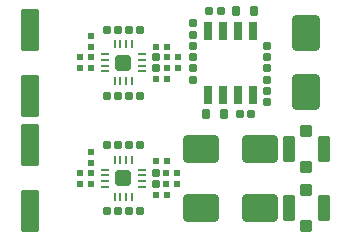
<source format=gtp>
G04*
G04 #@! TF.GenerationSoftware,Altium Limited,Altium Designer,22.4.2 (48)*
G04*
G04 Layer_Color=8421504*
%FSLAX44Y44*%
%MOMM*%
G71*
G04*
G04 #@! TF.SameCoordinates,1FDE6782-7AC4-437E-A2E8-A07863582D05*
G04*
G04*
G04 #@! TF.FilePolarity,Positive*
G04*
G01*
G75*
G04:AMPARAMS|DCode=14|XSize=1.05mm|YSize=2.2mm|CornerRadius=0.1313mm|HoleSize=0mm|Usage=FLASHONLY|Rotation=180.000|XOffset=0mm|YOffset=0mm|HoleType=Round|Shape=RoundedRectangle|*
%AMROUNDEDRECTD14*
21,1,1.0500,1.9375,0,0,180.0*
21,1,0.7875,2.2000,0,0,180.0*
1,1,0.2625,-0.3938,0.9688*
1,1,0.2625,0.3938,0.9688*
1,1,0.2625,0.3938,-0.9688*
1,1,0.2625,-0.3938,-0.9688*
%
%ADD14ROUNDEDRECTD14*%
G04:AMPARAMS|DCode=15|XSize=1mm|YSize=1mm|CornerRadius=0.125mm|HoleSize=0mm|Usage=FLASHONLY|Rotation=180.000|XOffset=0mm|YOffset=0mm|HoleType=Round|Shape=RoundedRectangle|*
%AMROUNDEDRECTD15*
21,1,1.0000,0.7500,0,0,180.0*
21,1,0.7500,1.0000,0,0,180.0*
1,1,0.2500,-0.3750,0.3750*
1,1,0.2500,0.3750,0.3750*
1,1,0.2500,0.3750,-0.3750*
1,1,0.2500,-0.3750,-0.3750*
%
%ADD15ROUNDEDRECTD15*%
G04:AMPARAMS|DCode=16|XSize=3.5mm|YSize=1.6mm|CornerRadius=0.2mm|HoleSize=0mm|Usage=FLASHONLY|Rotation=270.000|XOffset=0mm|YOffset=0mm|HoleType=Round|Shape=RoundedRectangle|*
%AMROUNDEDRECTD16*
21,1,3.5000,1.2000,0,0,270.0*
21,1,3.1000,1.6000,0,0,270.0*
1,1,0.4000,-0.6000,-1.5500*
1,1,0.4000,-0.6000,1.5500*
1,1,0.4000,0.6000,1.5500*
1,1,0.4000,0.6000,-1.5500*
%
%ADD16ROUNDEDRECTD16*%
G04:AMPARAMS|DCode=17|XSize=1.3mm|YSize=1.3mm|CornerRadius=0.1625mm|HoleSize=0mm|Usage=FLASHONLY|Rotation=180.000|XOffset=0mm|YOffset=0mm|HoleType=Round|Shape=RoundedRectangle|*
%AMROUNDEDRECTD17*
21,1,1.3000,0.9750,0,0,180.0*
21,1,0.9750,1.3000,0,0,180.0*
1,1,0.3250,-0.4875,0.4875*
1,1,0.3250,0.4875,0.4875*
1,1,0.3250,0.4875,-0.4875*
1,1,0.3250,-0.4875,-0.4875*
%
%ADD17ROUNDEDRECTD17*%
%ADD18O,0.2000X0.8000*%
%ADD19O,0.8000X0.2000*%
G04:AMPARAMS|DCode=20|XSize=1.55mm|YSize=0.6mm|CornerRadius=0.051mm|HoleSize=0mm|Usage=FLASHONLY|Rotation=90.000|XOffset=0mm|YOffset=0mm|HoleType=Round|Shape=RoundedRectangle|*
%AMROUNDEDRECTD20*
21,1,1.5500,0.4980,0,0,90.0*
21,1,1.4480,0.6000,0,0,90.0*
1,1,0.1020,0.2490,0.7240*
1,1,0.1020,0.2490,-0.7240*
1,1,0.1020,-0.2490,-0.7240*
1,1,0.1020,-0.2490,0.7240*
%
%ADD20ROUNDEDRECTD20*%
G04:AMPARAMS|DCode=21|XSize=3mm|YSize=2.33mm|CornerRadius=0.2913mm|HoleSize=0mm|Usage=FLASHONLY|Rotation=270.000|XOffset=0mm|YOffset=0mm|HoleType=Round|Shape=RoundedRectangle|*
%AMROUNDEDRECTD21*
21,1,3.0000,1.7475,0,0,270.0*
21,1,2.4175,2.3300,0,0,270.0*
1,1,0.5825,-0.8738,-1.2088*
1,1,0.5825,-0.8738,1.2088*
1,1,0.5825,0.8738,1.2088*
1,1,0.5825,0.8738,-1.2088*
%
%ADD21ROUNDEDRECTD21*%
G04:AMPARAMS|DCode=22|XSize=3mm|YSize=2.33mm|CornerRadius=0.2913mm|HoleSize=0mm|Usage=FLASHONLY|Rotation=0.000|XOffset=0mm|YOffset=0mm|HoleType=Round|Shape=RoundedRectangle|*
%AMROUNDEDRECTD22*
21,1,3.0000,1.7475,0,0,0.0*
21,1,2.4175,2.3300,0,0,0.0*
1,1,0.5825,1.2088,-0.8738*
1,1,0.5825,-1.2088,-0.8738*
1,1,0.5825,-1.2088,0.8738*
1,1,0.5825,1.2088,0.8738*
%
%ADD22ROUNDEDRECTD22*%
G04:AMPARAMS|DCode=23|XSize=0.55mm|YSize=0.5mm|CornerRadius=0.0625mm|HoleSize=0mm|Usage=FLASHONLY|Rotation=90.000|XOffset=0mm|YOffset=0mm|HoleType=Round|Shape=RoundedRectangle|*
%AMROUNDEDRECTD23*
21,1,0.5500,0.3750,0,0,90.0*
21,1,0.4250,0.5000,0,0,90.0*
1,1,0.1250,0.1875,0.2125*
1,1,0.1250,0.1875,-0.2125*
1,1,0.1250,-0.1875,-0.2125*
1,1,0.1250,-0.1875,0.2125*
%
%ADD23ROUNDEDRECTD23*%
G04:AMPARAMS|DCode=24|XSize=0.64mm|YSize=0.6mm|CornerRadius=0.075mm|HoleSize=0mm|Usage=FLASHONLY|Rotation=0.000|XOffset=0mm|YOffset=0mm|HoleType=Round|Shape=RoundedRectangle|*
%AMROUNDEDRECTD24*
21,1,0.6400,0.4500,0,0,0.0*
21,1,0.4900,0.6000,0,0,0.0*
1,1,0.1500,0.2450,-0.2250*
1,1,0.1500,-0.2450,-0.2250*
1,1,0.1500,-0.2450,0.2250*
1,1,0.1500,0.2450,0.2250*
%
%ADD24ROUNDEDRECTD24*%
G04:AMPARAMS|DCode=25|XSize=0.64mm|YSize=0.6mm|CornerRadius=0.075mm|HoleSize=0mm|Usage=FLASHONLY|Rotation=90.000|XOffset=0mm|YOffset=0mm|HoleType=Round|Shape=RoundedRectangle|*
%AMROUNDEDRECTD25*
21,1,0.6400,0.4500,0,0,90.0*
21,1,0.4900,0.6000,0,0,90.0*
1,1,0.1500,0.2250,0.2450*
1,1,0.1500,0.2250,-0.2450*
1,1,0.1500,-0.2250,-0.2450*
1,1,0.1500,-0.2250,0.2450*
%
%ADD25ROUNDEDRECTD25*%
G04:AMPARAMS|DCode=26|XSize=0.55mm|YSize=0.5mm|CornerRadius=0.0625mm|HoleSize=0mm|Usage=FLASHONLY|Rotation=180.000|XOffset=0mm|YOffset=0mm|HoleType=Round|Shape=RoundedRectangle|*
%AMROUNDEDRECTD26*
21,1,0.5500,0.3750,0,0,180.0*
21,1,0.4250,0.5000,0,0,180.0*
1,1,0.1250,-0.2125,0.1875*
1,1,0.1250,0.2125,0.1875*
1,1,0.1250,0.2125,-0.1875*
1,1,0.1250,-0.2125,-0.1875*
%
%ADD26ROUNDEDRECTD26*%
G04:AMPARAMS|DCode=27|XSize=0.85mm|YSize=0.6mm|CornerRadius=0.075mm|HoleSize=0mm|Usage=FLASHONLY|Rotation=270.000|XOffset=0mm|YOffset=0mm|HoleType=Round|Shape=RoundedRectangle|*
%AMROUNDEDRECTD27*
21,1,0.8500,0.4500,0,0,270.0*
21,1,0.7000,0.6000,0,0,270.0*
1,1,0.1500,-0.2250,-0.3500*
1,1,0.1500,-0.2250,0.3500*
1,1,0.1500,0.2250,0.3500*
1,1,0.1500,0.2250,-0.3500*
%
%ADD27ROUNDEDRECTD27*%
D14*
X-15250Y-24000D02*
D03*
X-44750D02*
D03*
X-15250Y-74000D02*
D03*
X-44750D02*
D03*
D15*
X-30000Y-39000D02*
D03*
Y-9000D02*
D03*
Y-89000D02*
D03*
Y-59000D02*
D03*
D16*
X-264000Y-21000D02*
D03*
Y-77000D02*
D03*
Y77000D02*
D03*
Y21000D02*
D03*
D17*
X-185000Y49000D02*
D03*
Y-49000D02*
D03*
D18*
X-177500Y33500D02*
D03*
X-182500D02*
D03*
X-187500D02*
D03*
X-192500D02*
D03*
Y64500D02*
D03*
X-187500D02*
D03*
X-182500D02*
D03*
X-177500D02*
D03*
Y-64500D02*
D03*
X-182500D02*
D03*
X-187500D02*
D03*
X-192500D02*
D03*
Y-33500D02*
D03*
X-187500D02*
D03*
X-182500D02*
D03*
X-177500D02*
D03*
D19*
X-200500Y41500D02*
D03*
Y46500D02*
D03*
Y51500D02*
D03*
Y56500D02*
D03*
X-169500D02*
D03*
Y51500D02*
D03*
Y46500D02*
D03*
Y41500D02*
D03*
X-200500Y-56500D02*
D03*
Y-51500D02*
D03*
Y-46500D02*
D03*
Y-41500D02*
D03*
X-169500D02*
D03*
Y-46500D02*
D03*
Y-51500D02*
D03*
Y-56500D02*
D03*
D20*
X-113550Y76000D02*
D03*
X-100850D02*
D03*
X-88150D02*
D03*
X-75450D02*
D03*
Y22000D02*
D03*
X-88150D02*
D03*
X-100850D02*
D03*
X-113550D02*
D03*
D21*
X-30000Y74100D02*
D03*
X-30000Y23900D02*
D03*
D22*
X-69400Y-74000D02*
D03*
X-119600D02*
D03*
X-119600Y-24000D02*
D03*
X-69400D02*
D03*
D23*
X-221750Y-53500D02*
D03*
Y-44500D02*
D03*
X-212250D02*
D03*
Y-53500D02*
D03*
Y53500D02*
D03*
X-221750D02*
D03*
X-212250Y44500D02*
D03*
X-221750D02*
D03*
X-148250D02*
D03*
X-138750D02*
D03*
X-157750Y-63000D02*
D03*
X-148250D02*
D03*
X-157750Y-34500D02*
D03*
X-148250D02*
D03*
X-157750Y35500D02*
D03*
X-148250D02*
D03*
X-157750Y62500D02*
D03*
X-148250D02*
D03*
X-148750Y-53500D02*
D03*
X-139250D02*
D03*
X-148750Y-44500D02*
D03*
X-139250D02*
D03*
X-148250Y53500D02*
D03*
X-138750D02*
D03*
D24*
X-157500Y-44200D02*
D03*
Y-53800D02*
D03*
Y53800D02*
D03*
Y44200D02*
D03*
X-63000Y53700D02*
D03*
Y63300D02*
D03*
X-126000D02*
D03*
Y53700D02*
D03*
Y44300D02*
D03*
Y34700D02*
D03*
X-63000D02*
D03*
Y44300D02*
D03*
X-126000Y82300D02*
D03*
Y72700D02*
D03*
X-63000Y15700D02*
D03*
Y25300D02*
D03*
D25*
X-189700Y-77000D02*
D03*
X-199300D02*
D03*
X-180300D02*
D03*
X-170700D02*
D03*
X-189700Y-21000D02*
D03*
X-199300D02*
D03*
X-180300D02*
D03*
X-170700D02*
D03*
X-180300Y21000D02*
D03*
X-170700D02*
D03*
X-199300D02*
D03*
X-189700D02*
D03*
X-170700Y77000D02*
D03*
X-180300D02*
D03*
X-189700D02*
D03*
X-199300D02*
D03*
X-86300Y5500D02*
D03*
X-76700D02*
D03*
X-102700Y92500D02*
D03*
X-112300D02*
D03*
D26*
X-212500Y-35750D02*
D03*
Y-26250D02*
D03*
Y62250D02*
D03*
Y71750D02*
D03*
D27*
X-99750Y5500D02*
D03*
X-115250D02*
D03*
X-74250Y92500D02*
D03*
X-89750D02*
D03*
M02*

</source>
